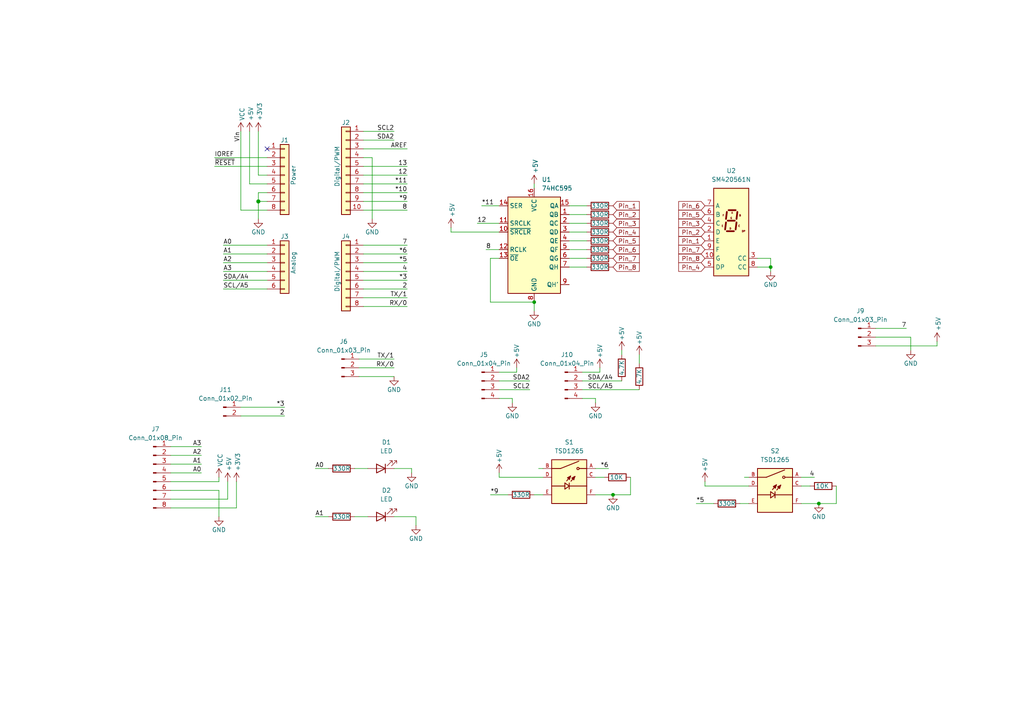
<source format=kicad_sch>
(kicad_sch (version 20231120) (generator "eeschema") (generator_version "8.0")
  (paper "A4")
  (title_block (title "Arduino lift shield pcb") (date "2024-09-28") (rev "V1") (company "Hogeschool Rotterdam") (comment 1 "Fabian Boshoven") (comment 2 "1089500"))
  (lib_symbols
    (symbol "74xx:74HC595"
      (property "Reference" "U" (at -7.62 13.97 0))
      (property "Value" "74HC595" (at -7.62 -16.51 0))
      (symbol "74HC595_1_0"
        (pin tri_state line (at 10.16 7.62 180) (length 2.54) (name "QB") (number "1"))
        (pin input line (at -10.16 2.54 0) (length 2.54) (name "~{SRCLR}") (number "10"))
        (pin input line (at -10.16 5.08 0) (length 2.54) (name "SRCLK") (number "11"))
        (pin input line (at -10.16 -2.54 0) (length 2.54) (name "RCLK") (number "12"))
        (pin input line (at -10.16 -5.08 0) (length 2.54) (name "~{OE}") (number "13"))
        (pin input line (at -10.16 10.16 0) (length 2.54) (name "SER") (number "14"))
        (pin tri_state line (at 10.16 10.16 180) (length 2.54) (name "QA") (number "15"))
        (pin power_in line (at 0 15.24 270) (length 2.54) (name "VCC") (number "16"))
        (pin tri_state line (at 10.16 5.08 180) (length 2.54) (name "QC") (number "2"))
        (pin tri_state line (at 10.16 2.54 180) (length 2.54) (name "QD") (number "3"))
        (pin tri_state line (at 10.16 0 180) (length 2.54) (name "QE") (number "4"))
        (pin tri_state line (at 10.16 -2.54 180) (length 2.54) (name "QF") (number "5"))
        (pin tri_state line (at 10.16 -5.08 180) (length 2.54) (name "QG") (number "6"))
        (pin tri_state line (at 10.16 -7.62 180) (length 2.54) (name "QH") (number "7"))
        (pin power_in line (at 0 -17.78 90) (length 2.54) (name "GND") (number "8"))
        (pin output line (at 10.16 -12.7 180) (length 2.54) (name "QH'") (number "9"))
      )
      (symbol "74HC595_1_1"
        (rectangle (start -7.62 12.7) (end 7.62 -15.24) (stroke (width 0.254)) (fill (type background)))
      )
    )
    (symbol "Connector:Conn_01x02_Pin" (pin_names (offset 1.016) hide)
      (property "Reference" "J" (at 0 2.54 0))
      (property "Value" "Conn_01x02_Pin" (at 0 -5.08 0))
      (symbol "Conn_01x02_Pin_1_1"
        (polyline (pts (xy 1.27 -2.54) (xy 0.8636 -2.54)) (stroke (width 0.1524)))
        (polyline (pts (xy 1.27 0) (xy 0.8636 0)) (stroke (width 0.1524)))
        (rectangle (start 0.8636 -2.413) (end 0 -2.667) (stroke (width 0.1524)) (fill (type outline)))
        (rectangle (start 0.8636 0.127) (end 0 -0.127) (stroke (width 0.1524)) (fill (type outline)))
        (pin passive line (at 5.08 0 180) (length 3.81) (name "Pin_1") (number "1"))
        (pin passive line (at 5.08 -2.54 180) (length 3.81) (name "Pin_2") (number "2"))
      )
    )
    (symbol "Connector:Conn_01x03_Pin" (pin_names (offset 1.016) hide)
      (property "Reference" "J" (at 0 5.08 0))
      (property "Value" "Conn_01x03_Pin" (at 0 -5.08 0))
      (symbol "Conn_01x03_Pin_1_1"
        (polyline (pts (xy 1.27 -2.54) (xy 0.8636 -2.54)) (stroke (width 0.1524)))
        (polyline (pts (xy 1.27 0) (xy 0.8636 0)) (stroke (width 0.1524)))
        (polyline (pts (xy 1.27 2.54) (xy 0.8636 2.54)) (stroke (width 0.1524)))
        (rectangle (start 0.8636 -2.413) (end 0 -2.667) (stroke (width 0.1524)) (fill (type outline)))
        (rectangle (start 0.8636 0.127) (end 0 -0.127) (stroke (width 0.1524)) (fill (type outline)))
        (rectangle (start 0.8636 2.667) (end 0 2.413) (stroke (width 0.1524)) (fill (type outline)))
        (pin passive line (at 5.08 2.54 180) (length 3.81) (name "Pin_1") (number "1"))
        (pin passive line (at 5.08 0 180) (length 3.81) (name "Pin_2") (number "2"))
        (pin passive line (at 5.08 -2.54 180) (length 3.81) (name "Pin_3") (number "3"))
      )
    )
    (symbol "Connector:Conn_01x04_Pin" (pin_names (offset 1.016) hide)
      (property "Reference" "J" (at 0 5.08 0))
      (property "Value" "Conn_01x04_Pin" (at 0 -7.62 0))
      (symbol "Conn_01x04_Pin_1_1"
        (polyline (pts (xy 1.27 -5.08) (xy 0.8636 -5.08)) (stroke (width 0.1524)))
        (polyline (pts (xy 1.27 -2.54) (xy 0.8636 -2.54)) (stroke (width 0.1524)))
        (polyline (pts (xy 1.27 0) (xy 0.8636 0)) (stroke (width 0.1524)))
        (polyline (pts (xy 1.27 2.54) (xy 0.8636 2.54)) (stroke (width 0.1524)))
        (rectangle (start 0.8636 -4.953) (end 0 -5.207) (stroke (width 0.1524)) (fill (type outline)))
        (rectangle (start 0.8636 -2.413) (end 0 -2.667) (stroke (width 0.1524)) (fill (type outline)))
        (rectangle (start 0.8636 0.127) (end 0 -0.127) (stroke (width 0.1524)) (fill (type outline)))
        (rectangle (start 0.8636 2.667) (end 0 2.413) (stroke (width 0.1524)) (fill (type outline)))
        (pin passive line (at 5.08 2.54 180) (length 3.81) (name "Pin_1") (number "1"))
        (pin passive line (at 5.08 0 180) (length 3.81) (name "Pin_2") (number "2"))
        (pin passive line (at 5.08 -2.54 180) (length 3.81) (name "Pin_3") (number "3"))
        (pin passive line (at 5.08 -5.08 180) (length 3.81) (name "Pin_4") (number "4"))
      )
    )
    (symbol "Connector:Conn_01x08_Pin" (pin_names (offset 1.016) hide)
      (property "Reference" "J" (at 0 10.16 0))
      (property "Value" "Conn_01x08_Pin" (at 0 -12.7 0))
      (symbol "Conn_01x08_Pin_1_1"
        (polyline (pts (xy 1.27 -10.16) (xy 0.8636 -10.16)) (stroke (width 0.1524)))
        (polyline (pts (xy 1.27 -7.62) (xy 0.8636 -7.62)) (stroke (width 0.1524)))
        (polyline (pts (xy 1.27 -5.08) (xy 0.8636 -5.08)) (stroke (width 0.1524)))
        (polyline (pts (xy 1.27 -2.54) (xy 0.8636 -2.54)) (stroke (width 0.1524)))
        (polyline (pts (xy 1.27 0) (xy 0.8636 0)) (stroke (width 0.1524)))
        (polyline (pts (xy 1.27 2.54) (xy 0.8636 2.54)) (stroke (width 0.1524)))
        (polyline (pts (xy 1.27 5.08) (xy 0.8636 5.08)) (stroke (width 0.1524)))
        (polyline (pts (xy 1.27 7.62) (xy 0.8636 7.62)) (stroke (width 0.1524)))
        (rectangle (start 0.8636 -10.033) (end 0 -10.287) (stroke (width 0.1524)) (fill (type outline)))
        (rectangle (start 0.8636 -7.493) (end 0 -7.747) (stroke (width 0.1524)) (fill (type outline)))
        (rectangle (start 0.8636 -4.953) (end 0 -5.207) (stroke (width 0.1524)) (fill (type outline)))
        (rectangle (start 0.8636 -2.413) (end 0 -2.667) (stroke (width 0.1524)) (fill (type outline)))
        (rectangle (start 0.8636 0.127) (end 0 -0.127) (stroke (width 0.1524)) (fill (type outline)))
        (rectangle (start 0.8636 2.667) (end 0 2.413) (stroke (width 0.1524)) (fill (type outline)))
        (rectangle (start 0.8636 5.207) (end 0 4.953) (stroke (width 0.1524)) (fill (type outline)))
        (rectangle (start 0.8636 7.747) (end 0 7.493) (stroke (width 0.1524)) (fill (type outline)))
        (pin passive line (at 5.08 7.62 180) (length 3.81) (name "Pin_1") (number "1"))
        (pin passive line (at 5.08 5.08 180) (length 3.81) (name "Pin_2") (number "2"))
        (pin passive line (at 5.08 2.54 180) (length 3.81) (name "Pin_3") (number "3"))
        (pin passive line (at 5.08 0 180) (length 3.81) (name "Pin_4") (number "4"))
        (pin passive line (at 5.08 -2.54 180) (length 3.81) (name "Pin_5") (number "5"))
        (pin passive line (at 5.08 -5.08 180) (length 3.81) (name "Pin_6") (number "6"))
        (pin passive line (at 5.08 -7.62 180) (length 3.81) (name "Pin_7") (number "7"))
        (pin passive line (at 5.08 -10.16 180) (length 3.81) (name "Pin_8") (number "8"))
      )
    )
    (symbol "Connector_Generic:Conn_01x06" (pin_names (offset 1.016) hide)
      (property "Reference" "J" (at 0 7.62 0))
      (property "Value" "Conn_01x06" (at 0 -10.16 0))
      (symbol "Conn_01x06_1_1"
        (rectangle (start -1.27 -7.493) (end 0 -7.747) (stroke (width 0.1524)))
        (rectangle (start -1.27 -4.953) (end 0 -5.207) (stroke (width 0.1524)))
        (rectangle (start -1.27 -2.413) (end 0 -2.667) (stroke (width 0.1524)))
        (rectangle (start -1.27 0.127) (end 0 -0.127) (stroke (width 0.1524)))
        (rectangle (start -1.27 2.667) (end 0 2.413) (stroke (width 0.1524)))
        (rectangle (start -1.27 5.207) (end 0 4.953) (stroke (width 0.1524)))
        (rectangle (start -1.27 6.35) (end 1.27 -8.89) (stroke (width 0.254)) (fill (type background)))
        (pin passive line (at -5.08 5.08 0) (length 3.81) (name "Pin_1") (number "1"))
        (pin passive line (at -5.08 2.54 0) (length 3.81) (name "Pin_2") (number "2"))
        (pin passive line (at -5.08 0 0) (length 3.81) (name "Pin_3") (number "3"))
        (pin passive line (at -5.08 -2.54 0) (length 3.81) (name "Pin_4") (number "4"))
        (pin passive line (at -5.08 -5.08 0) (length 3.81) (name "Pin_5") (number "5"))
        (pin passive line (at -5.08 -7.62 0) (length 3.81) (name "Pin_6") (number "6"))
      )
    )
    (symbol "Connector_Generic:Conn_01x08" (pin_names (offset 1.016) hide)
      (property "Reference" "J" (at 0 10.16 0))
      (property "Value" "Conn_01x08" (at 0 -12.7 0))
      (symbol "Conn_01x08_1_1"
        (rectangle (start -1.27 -10.033) (end 0 -10.287) (stroke (width 0.1524)))
        (rectangle (start -1.27 -7.493) (end 0 -7.747) (stroke (width 0.1524)))
        (rectangle (start -1.27 -4.953) (end 0 -5.207) (stroke (width 0.1524)))
        (rectangle (start -1.27 -2.413) (end 0 -2.667) (stroke (width 0.1524)))
        (rectangle (start -1.27 0.127) (end 0 -0.127) (stroke (width 0.1524)))
        (rectangle (start -1.27 2.667) (end 0 2.413) (stroke (width 0.1524)))
        (rectangle (start -1.27 5.207) (end 0 4.953) (stroke (width 0.1524)))
        (rectangle (start -1.27 7.747) (end 0 7.493) (stroke (width 0.1524)))
        (rectangle (start -1.27 8.89) (end 1.27 -11.43) (stroke (width 0.254)) (fill (type background)))
        (pin passive line (at -5.08 7.62 0) (length 3.81) (name "Pin_1") (number "1"))
        (pin passive line (at -5.08 5.08 0) (length 3.81) (name "Pin_2") (number "2"))
        (pin passive line (at -5.08 2.54 0) (length 3.81) (name "Pin_3") (number "3"))
        (pin passive line (at -5.08 0 0) (length 3.81) (name "Pin_4") (number "4"))
        (pin passive line (at -5.08 -2.54 0) (length 3.81) (name "Pin_5") (number "5"))
        (pin passive line (at -5.08 -5.08 0) (length 3.81) (name "Pin_6") (number "6"))
        (pin passive line (at -5.08 -7.62 0) (length 3.81) (name "Pin_7") (number "7"))
        (pin passive line (at -5.08 -10.16 0) (length 3.81) (name "Pin_8") (number "8"))
      )
    )
    (symbol "Connector_Generic:Conn_01x10" (pin_names (offset 1.016) hide)
      (property "Reference" "J" (at 0 12.7 0))
      (property "Value" "Conn_01x10" (at 0 -15.24 0))
      (symbol "Conn_01x10_1_1"
        (rectangle (start -1.27 -12.573) (end 0 -12.827) (stroke (width 0.1524)))
        (rectangle (start -1.27 -10.033) (end 0 -10.287) (stroke (width 0.1524)))
        (rectangle (start -1.27 -7.493) (end 0 -7.747) (stroke (width 0.1524)))
        (rectangle (start -1.27 -4.953) (end 0 -5.207) (stroke (width 0.1524)))
        (rectangle (start -1.27 -2.413) (end 0 -2.667) (stroke (width 0.1524)))
        (rectangle (start -1.27 0.127) (end 0 -0.127) (stroke (width 0.1524)))
        (rectangle (start -1.27 2.667) (end 0 2.413) (stroke (width 0.1524)))
        (rectangle (start -1.27 5.207) (end 0 4.953) (stroke (width 0.1524)))
        (rectangle (start -1.27 7.747) (end 0 7.493) (stroke (width 0.1524)))
        (rectangle (start -1.27 10.287) (end 0 10.033) (stroke (width 0.1524)))
        (rectangle (start -1.27 11.43) (end 1.27 -13.97) (stroke (width 0.254)) (fill (type background)))
        (pin passive line (at -5.08 10.16 0) (length 3.81) (name "Pin_1") (number "1"))
        (pin passive line (at -5.08 -12.7 0) (length 3.81) (name "Pin_10") (number "10"))
        (pin passive line (at -5.08 7.62 0) (length 3.81) (name "Pin_2") (number "2"))
        (pin passive line (at -5.08 5.08 0) (length 3.81) (name "Pin_3") (number "3"))
        (pin passive line (at -5.08 2.54 0) (length 3.81) (name "Pin_4") (number "4"))
        (pin passive line (at -5.08 0 0) (length 3.81) (name "Pin_5") (number "5"))
        (pin passive line (at -5.08 -2.54 0) (length 3.81) (name "Pin_6") (number "6"))
        (pin passive line (at -5.08 -5.08 0) (length 3.81) (name "Pin_7") (number "7"))
        (pin passive line (at -5.08 -7.62 0) (length 3.81) (name "Pin_8") (number "8"))
        (pin passive line (at -5.08 -10.16 0) (length 3.81) (name "Pin_9") (number "9"))
      )
    )
    (symbol "Device:LED" (pin_numbers hide) (pin_names (offset 1.016) hide)
      (property "Reference" "D" (at 0 2.54 0))
      (property "Value" "LED" (at 0 -2.54 0))
      (symbol "LED_0_1"
        (polyline (pts (xy -1.27 -1.27) (xy -1.27 1.27)) (stroke (width 0.254)))
        (polyline (pts (xy -1.27 0) (xy 1.27 0)))
        (polyline (pts (xy 1.27 -1.27) (xy 1.27 1.27) (xy -1.27 0) (xy 1.27 -1.27)) (stroke (width 0.254)))
        (polyline (pts (xy -3.048 -0.762) (xy -4.572 -2.286) (xy -3.81 -2.286) (xy -4.572 -2.286) (xy -4.572 -1.524)))
        (polyline (pts (xy -1.778 -0.762) (xy -3.302 -2.286) (xy -2.54 -2.286) (xy -3.302 -2.286) (xy -3.302 -1.524)))
      )
      (symbol "LED_1_1"
        (pin passive line (at -3.81 0 0) (length 2.54) (name "K") (number "1"))
        (pin passive line (at 3.81 0 180) (length 2.54) (name "A") (number "2"))
      )
    )
    (symbol "Device:R" (pin_numbers hide) (pin_names (offset 0))
      (property "Reference" "R" (at 2.032 0 90))
      (property "Value" "R" (at 0 0 90))
      (symbol "R_0_1"
        (rectangle (start -1.016 -2.54) (end 1.016 2.54) (stroke (width 0.254)))
      )
      (symbol "R_1_1"
        (pin passive line (at 0 3.81 270) (length 1.27) (name "~") (number "1"))
        (pin passive line (at 0 -3.81 90) (length 1.27) (name "~") (number "2"))
      )
    )
    (symbol "Display_Character:SM420561N"
      (property "Reference" "U" (at -2.54 13.97 0))
      (property "Value" "SM420561N" (at 1.27 13.97 0))
      (symbol "SM420561N_0_0"
        (text "A" (at 0.254 5.588 0) (effects (font (size 0.508 0.508))))
        (text "B" (at 2.54 4.826 0) (effects (font (size 0.508 0.508))))
        (text "C" (at 2.286 1.778 0) (effects (font (size 0.508 0.508))))
        (text "D" (at -0.254 1.016 0) (effects (font (size 0.508 0.508))))
        (text "DP" (at 3.556 0.254 0) (effects (font (size 0.508 0.508))))
        (text "E" (at -2.54 1.778 0) (effects (font (size 0.508 0.508))))
        (text "F" (at -2.286 4.826 0) (effects (font (size 0.508 0.508))))
        (text "G" (at 0 4.064 0) (effects (font (size 0.508 0.508))))
      )
      (symbol "SM420561N_0_1"
        (rectangle (start -5.08 12.7) (end 5.08 -12.7) (stroke (width 0.254)) (fill (type background)))
        (polyline (pts (xy -1.524 2.794) (xy -1.778 0.762)) (stroke (width 0.508)))
        (polyline (pts (xy -1.27 0.254) (xy 0.762 0.254)) (stroke (width 0.508)))
        (polyline (pts (xy -1.27 5.842) (xy -1.524 3.81)) (stroke (width 0.508)))
        (polyline (pts (xy -1.016 3.302) (xy 1.016 3.302)) (stroke (width 0.508)))
        (polyline (pts (xy -0.762 6.35) (xy 1.27 6.35)) (stroke (width 0.508)))
        (polyline (pts (xy 1.524 2.794) (xy 1.27 0.762)) (stroke (width 0.508)))
        (polyline (pts (xy 1.778 5.842) (xy 1.524 3.81)) (stroke (width 0.508)))
        (polyline (pts (xy 2.54 0.254) (xy 2.54 0.254)) (stroke (width 0.508)))
      )
      (symbol "SM420561N_1_1"
        (pin input line (at -7.62 -2.54 0) (length 2.54) (name "E") (number "1"))
        (pin input line (at -7.62 -7.62 0) (length 2.54) (name "G") (number "10"))
        (pin input line (at -7.62 0 0) (length 2.54) (name "D") (number "2"))
        (pin input line (at 7.62 -7.62 180) (length 2.54) (name "CC") (number "3"))
        (pin input line (at -7.62 2.54 0) (length 2.54) (name "C") (number "4"))
        (pin input line (at -7.62 -10.16 0) (length 2.54) (name "DP") (number "5"))
        (pin input line (at -7.62 5.08 0) (length 2.54) (name "B") (number "6"))
        (pin input line (at -7.62 7.62 0) (length 2.54) (name "A") (number "7"))
        (pin input line (at 7.62 -10.16 180) (length 2.54) (name "CC") (number "8"))
        (pin input line (at -7.62 -5.08 0) (length 2.54) (name "F") (number "9"))
      )
    )
    (symbol "TSD1265:TSD1265" (pin_names (offset 1.016))
      (property "Reference" "S" (at -5.08 6.35 0))
      (property "Value" "TSD1265" (at -5.08 -10.16 0))
      (symbol "TSD1265_0_0"
        (rectangle (start -5.08 -7.62) (end 5.08 5.08) (stroke (width 0.254)) (fill (type background)))
        (polyline (pts (xy -2.54 2.54) (xy -5.08 2.54)) (stroke (width 0.254)))
        (polyline (pts (xy -2.54 2.54) (xy 2.794 4.6736)) (stroke (width 0.254)))
        (polyline (pts (xy -1.27 -3.429) (xy 0 -2.54)) (stroke (width 0.254)))
        (polyline (pts (xy -1.27 -2.54) (xy -5.08 -2.54)) (stroke (width 0.254)))
        (polyline (pts (xy -1.27 -2.54) (xy -1.27 -3.429)) (stroke (width 0.254)))
        (polyline (pts (xy -1.27 -1.651) (xy -1.27 -2.54)) (stroke (width 0.254)))
        (polyline (pts (xy -0.4826 -0.127) (xy 0.4064 0.3556)) (stroke (width 0.254)))
        (polyline (pts (xy -0.3048 -0.2032) (xy -0.0762 -0.0508)) (stroke (width 0.254)))
        (polyline (pts (xy 0 -2.54) (xy -1.27 -1.651)) (stroke (width 0.254)))
        (polyline (pts (xy 0 -2.54) (xy 0 -3.429)) (stroke (width 0.254)))
        (polyline (pts (xy 0 -2.54) (xy 5.08 -2.54)) (stroke (width 0.254)))
        (polyline (pts (xy 0 -1.651) (xy 0 -2.54)) (stroke (width 0.254)))
        (polyline (pts (xy 0.0762 -0.6096) (xy -0.4826 -0.127)) (stroke (width 0.254)))
        (polyline (pts (xy 0.0762 -0.6096) (xy 0.1016 0.127)) (stroke (width 0.254)))
        (polyline (pts (xy 0.1016 0.127) (xy -0.0254 0.127)) (stroke (width 0.254)))
        (polyline (pts (xy 0.4064 0.3556) (xy -0.7366 -1.0414)) (stroke (width 0.254)))
        (polyline (pts (xy 0.4064 0.3556) (xy 0.0762 -0.6096)) (stroke (width 0.254)))
        (polyline (pts (xy 0.762 -0.2286) (xy 1.651 0.254)) (stroke (width 0.254)))
        (polyline (pts (xy 0.9398 -0.3048) (xy 1.1684 -0.1524)) (stroke (width 0.254)))
        (polyline (pts (xy 1.3208 -0.7112) (xy 0.762 -0.2286)) (stroke (width 0.254)))
        (polyline (pts (xy 1.3208 -0.7112) (xy 1.3462 0.0254)) (stroke (width 0.254)))
        (polyline (pts (xy 1.3462 0.0254) (xy 1.2192 0.0254)) (stroke (width 0.254)))
        (polyline (pts (xy 1.651 0.254) (xy 0.508 -1.143)) (stroke (width 0.254)))
        (polyline (pts (xy 1.651 0.254) (xy 1.3208 -0.7112)) (stroke (width 0.254)))
        (polyline (pts (xy 5.08 2.54) (xy 2.921 2.54)) (stroke (width 0.254)))
        (circle (center 2.54 2.54) (radius 0.3302) (stroke (width 0.254)))
        (pin passive line (at 7.62 2.54 180) (length 2.54) (name "~") (number "A"))
        (pin passive line (at -7.62 2.54 0) (length 2.54) (name "~") (number "B"))
        (pin passive line (at 7.62 0 180) (length 2.54) (name "~") (number "C"))
        (pin passive line (at -7.62 0 0) (length 2.54) (name "~") (number "D"))
        (pin passive line (at -7.62 -5.08 0) (length 2.54) (name "~") (number "E"))
        (pin passive line (at 7.62 -5.08 180) (length 2.54) (name "~") (number "F"))
      )
    )
    (symbol "power:+3V3" (power) (pin_names (offset 0))
      (property "Value" "+3V3" (at 0 3.556 0))
      (symbol "+3V3_0_1"
        (polyline (pts (xy -0.762 1.27) (xy 0 2.54)))
        (polyline (pts (xy 0 0) (xy 0 2.54)))
        (polyline (pts (xy 0 2.54) (xy 0.762 1.27)))
      )
      (symbol "+3V3_1_1"
        (pin power_in line (at 0 0 90) (length 0) hide (name "+3V3") (number "1"))
      )
    )
    (symbol "power:+5V" (power) (pin_names (offset 0))
      (property "Value" "+5V" (at 0 3.556 0))
      (symbol "+5V_0_1"
        (polyline (pts (xy -0.762 1.27) (xy 0 2.54)))
        (polyline (pts (xy 0 0) (xy 0 2.54)))
        (polyline (pts (xy 0 2.54) (xy 0.762 1.27)))
      )
      (symbol "+5V_1_1"
        (pin power_in line (at 0 0 90) (length 0) hide (name "+5V") (number "1"))
      )
    )
    (symbol "power:GND" (power) (pin_names (offset 0))
      (property "Value" "GND" (at 0 -3.81 0))
      (symbol "GND_0_1"
        (polyline (pts (xy 0 0) (xy 0 -1.27) (xy 1.27 -1.27) (xy 0 -2.54) (xy -1.27 -1.27) (xy 0 -1.27)))
      )
      (symbol "GND_1_1"
        (pin power_in line (at 0 0 270) (length 0) hide (name "GND") (number "1"))
      )
    )
    (symbol "power:VCC" (power) (pin_names (offset 0))
      (property "Value" "VCC" (at 0 3.81 0))
      (symbol "VCC_0_1"
        (polyline (pts (xy -0.762 1.27) (xy 0 2.54)))
        (polyline (pts (xy 0 0) (xy 0 2.54)))
        (polyline (pts (xy 0 2.54) (xy 0.762 1.27)))
      )
      (symbol "VCC_1_1"
        (pin power_in line (at 0 0 90) (length 0) hide (name "VCC") (number "1"))
      )
    )
  )
  (junction (at 74.93 58.42) (diameter 1.016))
  (junction (at 223.52 77.47))
  (junction (at 177.8 143.51))
  (junction (at 237.49 146.05))
  (junction (at 154.94 87.63))
  (no_connect (at 77.47 43.18))
  (wire (pts (xy 105.41 88.9) (xy 118.11 88.9)))
  (wire (pts (xy 264.16 97.79) (xy 264.16 101.6)))
  (wire (pts (xy 105.41 55.88) (xy 118.11 55.88)))
  (wire (pts (xy 114.3 135.89) (xy 119.38 135.89)))
  (wire (pts (xy 165.1 62.23) (xy 170.18 62.23)))
  (wire (pts (xy 217.17 140.97) (xy 204.47 140.97)))
  (wire (pts (xy 185.42 102.87) (xy 185.42 105.41)))
  (wire (pts (xy 204.47 140.97) (xy 204.47 139.7)))
  (wire (pts (xy 91.44 135.89) (xy 95.25 135.89)))
  (wire (pts (xy 102.87 135.89) (xy 106.68 135.89)))
  (wire (pts (xy 74.93 55.88) (xy 74.93 58.42)))
  (wire (pts (xy 63.5 142.24) (xy 63.5 149.86)))
  (wire (pts (xy 105.41 38.1) (xy 114.3 38.1)))
  (wire (pts (xy 64.77 83.82) (xy 77.47 83.82)))
  (wire (pts (xy 215.9 138.43) (xy 217.17 138.43)))
  (wire (pts (xy 165.1 77.47) (xy 170.18 77.47)))
  (wire (pts (xy 139.7 59.69) (xy 144.78 59.69)))
  (wire (pts (xy 172.72 135.89) (xy 176.53 135.89)))
  (wire (pts (xy 144.78 115.57) (xy 148.59 115.57)))
  (wire (pts (xy 271.78 100.33) (xy 271.78 99.06)))
  (wire (pts (xy 119.38 135.89) (xy 119.38 137.16)))
  (wire (pts (xy 144.78 113.03) (xy 153.67 113.03)))
  (wire (pts (xy 74.93 58.42) (xy 74.93 63.5)))
  (wire (pts (xy 156.21 135.89) (xy 157.48 135.89)))
  (wire (pts (xy 144.78 74.93) (xy 142.24 74.93)))
  (wire (pts (xy 74.93 50.8) (xy 77.47 50.8)))
  (wire (pts (xy 114.3 149.86) (xy 120.65 149.86)))
  (wire (pts (xy 69.85 120.65) (xy 82.55 120.65)))
  (wire (pts (xy 154.94 53.34) (xy 154.94 54.61)))
  (wire (pts (xy 72.39 53.34) (xy 77.47 53.34)))
  (wire (pts (xy 172.72 115.57) (xy 172.72 116.84)))
  (wire (pts (xy 72.39 38.1) (xy 72.39 53.34)))
  (wire (pts (xy 165.1 74.93) (xy 170.18 74.93)))
  (wire (pts (xy 182.88 138.43) (xy 182.88 143.51)))
  (wire (pts (xy 105.41 48.26) (xy 118.11 48.26)))
  (wire (pts (xy 74.93 38.1) (xy 74.93 50.8)))
  (wire (pts (xy 105.41 71.12) (xy 118.11 71.12)))
  (wire (pts (xy 254 100.33) (xy 271.78 100.33)))
  (wire (pts (xy 154.94 143.51) (xy 157.48 143.51)))
  (wire (pts (xy 77.47 71.12) (xy 64.77 71.12)))
  (wire (pts (xy 105.41 50.8) (xy 118.11 50.8)))
  (wire (pts (xy 105.41 73.66) (xy 118.11 73.66)))
  (wire (pts (xy 157.48 138.43) (xy 144.78 138.43)))
  (wire (pts (xy 148.59 115.57) (xy 148.59 116.84)))
  (wire (pts (xy 104.14 106.68) (xy 114.3 106.68)))
  (wire (pts (xy 168.91 107.95) (xy 173.99 107.95)))
  (wire (pts (xy 144.78 110.49) (xy 153.67 110.49)))
  (wire (pts (xy 91.44 149.86) (xy 95.25 149.86)))
  (wire (pts (xy 104.14 104.14) (xy 114.3 104.14)))
  (wire (pts (xy 105.41 58.42) (xy 118.11 58.42)))
  (wire (pts (xy 140.97 72.39) (xy 144.78 72.39)))
  (wire (pts (xy 49.53 134.62) (xy 58.42 134.62)))
  (wire (pts (xy 142.24 74.93) (xy 142.24 87.63)))
  (wire (pts (xy 49.53 137.16) (xy 58.42 137.16)))
  (wire (pts (xy 105.41 78.74) (xy 118.11 78.74)))
  (wire (pts (xy 62.23 45.72) (xy 77.47 45.72)))
  (wire (pts (xy 165.1 69.85) (xy 170.18 69.85)))
  (wire (pts (xy 172.72 143.51) (xy 177.8 143.51)))
  (wire (pts (xy 107.95 45.72) (xy 107.95 63.5)))
  (wire (pts (xy 165.1 64.77) (xy 170.18 64.77)))
  (wire (pts (xy 232.41 140.97) (xy 234.95 140.97)))
  (wire (pts (xy 105.41 43.18) (xy 118.11 43.18)))
  (wire (pts (xy 254 95.25) (xy 262.89 95.25)))
  (wire (pts (xy 120.65 149.86) (xy 120.65 152.4)))
  (wire (pts (xy 223.52 74.93) (xy 223.52 77.47)))
  (wire (pts (xy 77.47 76.2) (xy 64.77 76.2)))
  (wire (pts (xy 62.23 48.26) (xy 77.47 48.26)))
  (wire (pts (xy 49.53 147.32) (xy 68.58 147.32)))
  (wire (pts (xy 77.47 58.42) (xy 74.93 58.42)))
  (wire (pts (xy 49.53 139.7) (xy 63.5 139.7)))
  (wire (pts (xy 49.53 142.24) (xy 63.5 142.24)))
  (wire (pts (xy 219.71 77.47) (xy 223.52 77.47)))
  (wire (pts (xy 168.91 115.57) (xy 172.72 115.57)))
  (wire (pts (xy 232.41 146.05) (xy 237.49 146.05)))
  (wire (pts (xy 168.91 113.03) (xy 185.42 113.03)))
  (wire (pts (xy 105.41 40.64) (xy 114.3 40.64)))
  (wire (pts (xy 77.47 60.96) (xy 69.85 60.96)))
  (wire (pts (xy 64.77 73.66) (xy 77.47 73.66)))
  (wire (pts (xy 144.78 107.95) (xy 149.86 107.95)))
  (wire (pts (xy 173.99 107.95) (xy 173.99 106.68)))
  (wire (pts (xy 102.87 149.86) (xy 106.68 149.86)))
  (wire (pts (xy 144.78 67.31) (xy 130.81 67.31)))
  (wire (pts (xy 105.41 45.72) (xy 107.95 45.72)))
  (wire (pts (xy 154.94 87.63) (xy 154.94 90.17)))
  (wire (pts (xy 77.47 55.88) (xy 74.93 55.88)))
  (wire (pts (xy 165.1 59.69) (xy 170.18 59.69)))
  (wire (pts (xy 63.5 139.7) (xy 63.5 138.43)))
  (wire (pts (xy 105.41 53.34) (xy 118.11 53.34)))
  (wire (pts (xy 172.72 138.43) (xy 175.26 138.43)))
  (wire (pts (xy 214.63 146.05) (xy 217.17 146.05)))
  (wire (pts (xy 138.43 64.77) (xy 144.78 64.77)))
  (wire (pts (xy 105.41 76.2) (xy 118.11 76.2)))
  (wire (pts (xy 64.77 78.74) (xy 77.47 78.74)))
  (wire (pts (xy 165.1 67.31) (xy 170.18 67.31)))
  (wire (pts (xy 242.57 140.97) (xy 242.57 146.05)))
  (wire (pts (xy 130.81 67.31) (xy 130.81 66.04)))
  (wire (pts (xy 242.57 146.05) (xy 237.49 146.05)))
  (wire (pts (xy 165.1 72.39) (xy 170.18 72.39)))
  (wire (pts (xy 69.85 118.11) (xy 82.55 118.11)))
  (wire (pts (xy 49.53 132.08) (xy 58.42 132.08)))
  (wire (pts (xy 142.24 143.51) (xy 147.32 143.51)))
  (wire (pts (xy 168.91 110.49) (xy 180.34 110.49)))
  (wire (pts (xy 142.24 87.63) (xy 154.94 87.63)))
  (wire (pts (xy 104.14 109.22) (xy 114.3 109.22)))
  (wire (pts (xy 232.41 138.43) (xy 236.22 138.43)))
  (wire (pts (xy 180.34 101.6) (xy 180.34 102.87)))
  (wire (pts (xy 105.41 83.82) (xy 118.11 83.82)))
  (wire (pts (xy 254 97.79) (xy 264.16 97.79)))
  (wire (pts (xy 105.41 81.28) (xy 118.11 81.28)))
  (wire (pts (xy 66.04 144.78) (xy 66.04 139.7)))
  (wire (pts (xy 144.78 138.43) (xy 144.78 137.16)))
  (wire (pts (xy 149.86 107.95) (xy 149.86 106.68)))
  (wire (pts (xy 182.88 143.51) (xy 177.8 143.51)))
  (wire (pts (xy 201.93 146.05) (xy 207.01 146.05)))
  (wire (pts (xy 223.52 77.47) (xy 223.52 78.74)))
  (wire (pts (xy 219.71 74.93) (xy 223.52 74.93)))
  (wire (pts (xy 49.53 129.54) (xy 58.42 129.54)))
  (wire (pts (xy 105.41 86.36) (xy 118.11 86.36)))
  (wire (pts (xy 69.85 60.96) (xy 69.85 38.1)))
  (wire (pts (xy 77.47 81.28) (xy 64.77 81.28)))
  (wire (pts (xy 49.53 144.78) (xy 66.04 144.78)))
  (wire (pts (xy 68.58 147.32) (xy 68.58 139.7)))
  (wire (pts (xy 105.41 60.96) (xy 118.11 60.96)))
  (label "RX{slash}0" (at 118.11 88.9 180))
  (label "SDA{slash}A4" (at 177.8 110.49 180))
  (label "A2" (at 64.77 76.2 0))
  (label "4" (at 118.11 78.74 180))
  (label "SCL2" (at 114.3 38.1 180))
  (label "A0" (at 58.42 137.16 180))
  (label "2" (at 118.11 83.82 180))
  (label "A1" (at 91.44 149.86 0))
  (label "A3" (at 64.77 78.74 0))
  (label "13" (at 118.11 48.26 180))
  (label "12" (at 118.11 50.8 180))
  (label "SCL2" (at 153.67 113.03 180))
  (label "A2" (at 58.42 132.08 180))
  (label "~{RESET}" (at 62.23 48.26 0))
  (label "A0" (at 91.44 135.89 0))
  (label "*10" (at 118.11 55.88 180))
  (label "SDA2" (at 114.3 40.64 180))
  (label "12" (at 138.43 64.77 0))
  (label "*6" (at 176.53 135.89 180))
  (label "7" (at 262.89 95.25 180))
  (label "*5" (at 201.93 146.05 0))
  (label "*9" (at 142.24 143.51 0))
  (label "2" (at 82.55 120.65 180))
  (label "7" (at 118.11 71.12 180))
  (label "8" (at 118.11 60.96 180))
  (label "A3" (at 58.42 129.54 180))
  (label "*11" (at 118.11 53.34 180))
  (label "*3" (at 118.11 81.28 180))
  (label "8" (at 140.97 72.39 0))
  (label "A1" (at 64.77 73.66 0))
  (label "TX{slash}1" (at 118.11 86.36 180))
  (label "A0" (at 64.77 71.12 0))
  (label "AREF" (at 118.11 43.18 180))
  (label "SDA2" (at 153.67 110.49 180))
  (label "Vin" (at 69.85 38.1 270))
  (label "*6" (at 118.11 73.66 180))
  (label "*9" (at 118.11 58.42 180))
  (label "SCL{slash}A5" (at 177.8 113.03 180))
  (label "*3" (at 82.55 118.11 180))
  (label "A1" (at 58.42 134.62 180))
  (label "*5" (at 118.11 76.2 180))
  (label "IOREF" (at 62.23 45.72 0))
  (label "TX{slash}1" (at 114.3 104.14 180))
  (label "4" (at 236.22 138.43 180))
  (label "SDA{slash}A4" (at 64.77 81.28 0))
  (label "SCL{slash}A5" (at 64.77 83.82 0))
  (label "*11" (at 139.7 59.69 0))
  (label "RX{slash}0" (at 114.3 106.68 180))
  (global_label "Pin_5" (shape input) (at 204.47 62.23 180) (property "Intersheetrefs" "${INTERSHEET_REFS}" (effects (hide yes))))
  (global_label "Pin_2" (shape input) (at 177.8 62.23 0) (property "Intersheetrefs" "${INTERSHEET_REFS}" (effects (hide yes))))
  (global_label "Pin_7" (shape input) (at 177.8 74.93 0) (property "Intersheetrefs" "${INTERSHEET_REFS}" (effects (hide yes))))
  (global_label "Pin_3" (shape input) (at 177.8 64.77 0) (property "Intersheetrefs" "${INTERSHEET_REFS}" (effects (hide yes))))
  (global_label "Pin_6" (shape input) (at 177.8 72.39 0) (property "Intersheetrefs" "${INTERSHEET_REFS}" (effects (hide yes))))
  (global_label "Pin_6" (shape input) (at 204.47 59.69 180) (property "Intersheetrefs" "${INTERSHEET_REFS}" (effects (hide yes))))
  (global_label "Pin_8" (shape input) (at 177.8 77.47 0) (property "Intersheetrefs" "${INTERSHEET_REFS}" (effects (hide yes))))
  (global_label "Pin_1" (shape input) (at 204.47 69.85 180) (property "Intersheetrefs" "${INTERSHEET_REFS}" (effects (hide yes))))
  (global_label "Pin_4" (shape input) (at 177.8 67.31 0) (property "Intersheetrefs" "${INTERSHEET_REFS}" (effects (hide yes))))
  (global_label "Pin_8" (shape input) (at 204.47 74.93 180) (property "Intersheetrefs" "${INTERSHEET_REFS}" (effects (hide yes))))
  (global_label "Pin_3" (shape input) (at 204.47 64.77 180) (property "Intersheetrefs" "${INTERSHEET_REFS}" (effects (hide yes))))
  (global_label "Pin_5" (shape input) (at 177.8 69.85 0) (property "Intersheetrefs" "${INTERSHEET_REFS}" (effects (hide yes))))
  (global_label "Pin_2" (shape input) (at 204.47 67.31 180) (property "Intersheetrefs" "${INTERSHEET_REFS}" (effects (hide yes))))
  (global_label "Pin_4" (shape input) (at 204.47 77.47 180) (property "Intersheetrefs" "${INTERSHEET_REFS}" (effects (hide yes))))
  (global_label "Pin_7" (shape input) (at 204.47 72.39 180) (property "Intersheetrefs" "${INTERSHEET_REFS}" (effects (hide yes))))
  (global_label "Pin_1" (shape input) (at 177.8 59.69 0) (property "Intersheetrefs" "${INTERSHEET_REFS}" (effects (hide yes))))
  (symbol (lib_id "Connector_Generic:Conn_01x08") (at 82.55 50.8 0) (unit 1)
    (property "Reference" "J1" (at 82.55 40.64 0))
    (property "Value" "Power" (at 85.09 50.8 90))
    (property "Footprint" "Connector_PinHeader_2.54mm:PinHeader_1x08_P2.54mm_Vertical" (effects (hide yes)))
  )
  (symbol (lib_id "power:+3V3") (at 74.93 38.1 0) (unit 1)
    (property "Reference" "#PWR03" (effects (hide yes)))
    (property "Value" "+3V3" (at 75.311 35.052 90) (effects (justify left)))
  )
  (symbol (lib_id "power:+5V") (at 72.39 38.1 0) (unit 1)
    (property "Reference" "#PWR02" (effects (hide yes)))
    (property "Value" "+5V" (at 72.7456 35.052 90) (effects (justify left)))
  )
  (symbol (lib_id "power:GND") (at 74.93 63.5 0) (unit 1)
    (property "Reference" "#PWR04" (effects (hide yes)))
    (property "Value" "GND" (at 74.93 67.31 0))
  )
  (symbol (lib_id "Connector_Generic:Conn_01x10") (at 100.33 48.26 0) (mirror y) (unit 1)
    (property "Reference" "J2" (at 100.33 35.56 0))
    (property "Value" "Digital/PWM" (at 97.79 48.26 90))
    (property "Footprint" "Connector_PinHeader_2.54mm:PinHeader_1x10_P2.54mm_Vertical" (effects (hide yes)))
  )
  (symbol (lib_id "power:GND") (at 107.95 63.5 0) (unit 1)
    (property "Reference" "#PWR05" (effects (hide yes)))
    (property "Value" "GND" (at 107.95 67.31 0))
  )
  (symbol (lib_id "Connector_Generic:Conn_01x06") (at 82.55 76.2 0) (unit 1)
    (property "Reference" "J3" (at 82.55 68.58 0))
    (property "Value" "Analog" (at 85.09 76.2 90))
    (property "Footprint" "Connector_PinHeader_2.54mm:PinHeader_1x06_P2.54mm_Vertical" (effects (hide yes)))
  )
  (symbol (lib_id "Connector_Generic:Conn_01x08") (at 100.33 78.74 0) (mirror y) (unit 1)
    (property "Reference" "J4" (at 100.33 68.58 0))
    (property "Value" "Digital/PWM" (at 97.79 78.74 90))
    (property "Footprint" "Connector_PinHeader_2.54mm:PinHeader_1x08_P2.54mm_Vertical" (effects (hide yes)))
  )
  (symbol (lib_id "74xx:74HC595") (at 154.94 69.85 0) (unit 1)
    (property "Reference" "U1" (at 157.1341 52.07 0) (effects (justify left)))
    (property "Value" "74HC595" (at 157.1341 54.61 0) (effects (justify left)))
    (property "Footprint" "Package_DIP:DIP-16_W7.62mm" (effects (hide yes)))
    (property "Datasheet" "http://www.ti.com/lit/ds/symlink/sn74hc595.pdf" (effects (hide yes)))
    (property "Description" "8-bit serial in/out Shift Register 3-State Outputs" (effects (hide yes)))
  )
  (symbol (lib_id "Device:R") (at 173.99 59.69 90) (unit 1)
    (property "Reference" "R1" (effects (hide yes)))
    (property "Value" "330R" (at 173.99 59.69 90))
    (property "Footprint" "Resistor_THT:R_Axial_DIN0207_L6.3mm_D2.5mm_P10.16mm_Horizontal" (effects (hide yes)))
    (property "Description" "Resistor" (effects (hide yes)))
  )
  (symbol (lib_id "Device:R") (at 151.13 143.51 90) (unit 1)
    (property "Reference" "R10" (effects (hide yes)))
    (property "Value" "330R" (at 151.13 143.51 90))
    (property "Footprint" "Resistor_THT:R_Axial_DIN0207_L6.3mm_D2.5mm_P10.16mm_Horizontal" (effects (hide yes)))
    (property "Description" "Resistor" (effects (hide yes)))
  )
  (symbol (lib_id "power:VCC") (at 63.5 138.43 0) (unit 1)
    (property "Reference" "#PWR015" (effects (hide yes)))
    (property "Value" "VCC" (at 63.881 135.382 90) (effects (justify left)))
  )
  (symbol (lib_id "power:GND") (at 237.49 146.05 0) (unit 1)
    (property "Reference" "#PWR027" (effects (hide yes)))
    (property "Value" "GND" (at 237.49 149.86 0))
  )
  (symbol (lib_id "Device:R") (at 99.06 149.86 90) (unit 1)
    (property "Reference" "R16" (effects (hide yes)))
    (property "Value" "330R" (at 99.06 149.86 90))
    (property "Footprint" "Resistor_THT:R_Axial_DIN0207_L6.3mm_D2.5mm_P10.16mm_Horizontal" (effects (hide yes)))
    (property "Description" "Resistor" (effects (hide yes)))
  )
  (symbol (lib_id "power:GND") (at 177.8 143.51 0) (unit 1)
    (property "Reference" "#PWR020" (effects (hide yes)))
    (property "Value" "GND" (at 177.8 147.32 0))
  )
  (symbol (lib_id "Device:R") (at 179.07 138.43 90) (unit 1)
    (property "Reference" "R11" (effects (hide yes)))
    (property "Value" "10K" (at 178.816 138.43 90))
    (property "Footprint" "Resistor_THT:R_Axial_DIN0207_L6.3mm_D2.5mm_P10.16mm_Horizontal" (effects (hide yes)))
    (property "Description" "Resistor" (effects (hide yes)))
  )
  (symbol (lib_id "Connector:Conn_01x04_Pin") (at 163.83 110.49 0) (unit 1)
    (property "Reference" "J10" (at 164.465 102.87 0))
    (property "Value" "Conn_01x04_Pin" (at 164.465 105.41 0))
    (property "Footprint" "Connector_PinHeader_2.54mm:PinHeader_1x04_P2.54mm_Vertical" (effects (hide yes)))
    (property "Description" "Generic connector, single row, 01x04, script generated" (effects (hide yes)))
  )
  (symbol (lib_id "power:+5V") (at 271.78 99.06 0) (unit 1)
    (property "Reference" "#PWR019" (effects (hide yes)))
    (property "Value" "+5V" (at 272.1356 96.012 90) (effects (justify left)))
  )
  (symbol (lib_id "Device:R") (at 173.99 62.23 90) (unit 1)
    (property "Reference" "R2" (effects (hide yes)))
    (property "Value" "330R" (at 173.99 62.23 90))
    (property "Footprint" "Resistor_THT:R_Axial_DIN0207_L6.3mm_D2.5mm_P10.16mm_Horizontal" (effects (hide yes)))
    (property "Description" "Resistor" (effects (hide yes)))
  )
  (symbol (lib_id "power:+5V") (at 154.94 53.34 0) (unit 1)
    (property "Reference" "#PWR07" (effects (hide yes)))
    (property "Value" "+5V" (at 155.2956 50.292 90) (effects (justify left)))
  )
  (symbol (lib_id "Device:LED") (at 110.49 135.89 180) (unit 1)
    (property "Reference" "D1" (at 112.0775 128.27 0))
    (property "Value" "LED" (at 112.0775 130.81 0))
    (property "Footprint" "LED_THT:LED_D3.0mm" (effects (hide yes)))
    (property "Description" "Light emitting diode" (effects (hide yes)))
  )
  (symbol (lib_id "Device:R") (at 173.99 77.47 90) (unit 1)
    (property "Reference" "R8" (effects (hide yes)))
    (property "Value" "330R" (at 173.99 77.47 90))
    (property "Footprint" "Resistor_THT:R_Axial_DIN0207_L6.3mm_D2.5mm_P10.16mm_Horizontal" (effects (hide yes)))
    (property "Description" "Resistor" (effects (hide yes)))
  )
  (symbol (lib_id "TSD1265:TSD1265") (at 165.1 138.43 0) (unit 1)
    (property "Reference" "S1" (at 165.1 128.27 0))
    (property "Value" "TSD1265" (at 165.1 130.81 0))
    (property "Footprint" "TSD1265:SW_TSD1265" (effects (hide yes)))
    (property "MF" "Omten Electronics" (effects (hide yes)))
    (property "MAXIMUM_PACKAGE_HEIGHT" "6.5 mm" (effects (hide yes)))
    (property "Package" "Package" (effects (hide yes)))
    (property "Price" "None" (effects (hide yes)))
    (property "Check_prices" "https://www.snapeda.com/parts/TSD1265/Omten+Electronics/view-part/?ref=eda" (effects (hide yes)))
    (property "STANDARD" "Manufacturer Recommendations" (effects (hide yes)))
    (property "PARTREV" "N/A" (effects (hide yes)))
    (property "SnapEDA_Link" "https://www.snapeda.com/parts/TSD1265/Omten+Electronics/view-part/?ref=snap" (effects (hide yes)))
    (property "MP" "TSD1265" (effects (hide yes)))
    (property "Description_1" "\nTactile Push Button Switch Momentary\n" (effects (hide yes)))
    (property "Availability" "Not in stock" (effects (hide yes)))
    (property "MANUFACTURER" "Omten Electronics" (effects (hide yes)))
  )
  (symbol (lib_id "power:GND") (at 223.52 78.74 0) (unit 1)
    (property "Reference" "#PWR06" (effects (hide yes)))
    (property "Value" "GND" (at 223.52 82.55 0))
  )
  (symbol (lib_id "power:+5V") (at 66.04 139.7 0) (unit 1)
    (property "Reference" "#PWR014" (effects (hide yes)))
    (property "Value" "+5V" (at 66.3956 136.652 90) (effects (justify left)))
  )
  (symbol (lib_id "Connector:Conn_01x08_Pin") (at 44.45 137.16 0) (unit 1)
    (property "Reference" "J7" (at 45.085 124.46 0))
    (property "Value" "Conn_01x08_Pin" (at 45.085 127 0))
    (property "Footprint" "Connector_PinHeader_2.54mm:PinHeader_1x08_P2.54mm_Vertical" (effects (hide yes)))
    (property "Description" "Generic connector, single row, 01x08, script generated" (effects (hide yes)))
  )
  (symbol (lib_id "power:+5V") (at 185.42 102.87 0) (unit 1)
    (property "Reference" "#PWR026" (effects (hide yes)))
    (property "Value" "+5V" (at 185.42 100.076 90) (effects (justify left)))
  )
  (symbol (lib_id "Device:R") (at 238.76 140.97 90) (unit 1)
    (property "Reference" "R15" (effects (hide yes)))
    (property "Value" "10K" (at 238.506 140.97 90))
    (property "Footprint" "Resistor_THT:R_Axial_DIN0207_L6.3mm_D2.5mm_P10.16mm_Horizontal" (effects (hide yes)))
    (property "Description" "Resistor" (effects (hide yes)))
  )
  (symbol (lib_id "power:VCC") (at 69.85 38.1 0) (unit 1)
    (property "Reference" "#PWR01" (effects (hide yes)))
    (property "Value" "VCC" (at 70.231 35.052 90) (effects (justify left)))
  )
  (symbol (lib_id "Device:R") (at 173.99 67.31 90) (unit 1)
    (property "Reference" "R4" (effects (hide yes)))
    (property "Value" "330R" (at 173.99 67.31 90))
    (property "Footprint" "Resistor_THT:R_Axial_DIN0207_L6.3mm_D2.5mm_P10.16mm_Horizontal" (effects (hide yes)))
    (property "Description" "Resistor" (effects (hide yes)))
  )
  (symbol (lib_id "Connector:Conn_01x04_Pin") (at 139.7 110.49 0) (unit 1)
    (property "Reference" "J5" (at 140.335 102.87 0))
    (property "Value" "Conn_01x04_Pin" (at 140.335 105.41 0))
    (property "Footprint" "Connector_PinHeader_2.54mm:PinHeader_1x04_P2.54mm_Vertical" (effects (hide yes)))
    (property "Description" "Generic connector, single row, 01x04, script generated" (effects (hide yes)))
  )
  (symbol (lib_id "Display_Character:SM420561N") (at 212.09 67.31 0) (unit 1)
    (property "Reference" "U2" (at 212.09 49.53 0))
    (property "Value" "SM420561N" (at 212.09 52.07 0))
    (property "Footprint" "Display_7Segment:7SegmentLED_LTS6760_LTS6780" (effects (hide yes)))
    (property "Datasheet" "https://datasheet.lcsc.com/szlcsc/Wuxi-ARK-Tech-Elec-SM420561N_C141367.pdf" (effects (hide yes)))
    (property "Description" "One digit 7 segment blue LED, common cathode" (effects (hide yes)))
  )
  (symbol (lib_id "power:GND") (at 120.65 152.4 0) (unit 1)
    (property "Reference" "#PWR012" (effects (hide yes)))
    (property "Value" "GND" (at 120.65 156.21 0))
  )
  (symbol (lib_id "Device:R") (at 173.99 74.93 90) (unit 1)
    (property "Reference" "R7" (effects (hide yes)))
    (property "Value" "330R" (at 173.99 74.93 90))
    (property "Footprint" "Resistor_THT:R_Axial_DIN0207_L6.3mm_D2.5mm_P10.16mm_Horizontal" (effects (hide yes)))
    (property "Description" "Resistor" (effects (hide yes)))
  )
  (symbol (lib_id "Device:R") (at 173.99 69.85 90) (unit 1)
    (property "Reference" "R5" (effects (hide yes)))
    (property "Value" "330R" (at 173.99 69.85 90))
    (property "Footprint" "Resistor_THT:R_Axial_DIN0207_L6.3mm_D2.5mm_P10.16mm_Horizontal" (effects (hide yes)))
    (property "Description" "Resistor" (effects (hide yes)))
  )
  (symbol (lib_id "power:GND") (at 119.38 137.16 0) (unit 1)
    (property "Reference" "#PWR028" (effects (hide yes)))
    (property "Value" "GND" (at 119.38 140.97 0))
  )
  (symbol (lib_id "TSD1265:TSD1265") (at 224.79 140.97 0) (unit 1)
    (property "Reference" "S2" (at 224.79 130.81 0))
    (property "Value" "TSD1265" (at 224.79 133.35 0))
    (property "Footprint" "TSD1265:SW_TSD1265" (effects (hide yes)))
    (property "MF" "Omten Electronics" (effects (hide yes)))
    (property "MAXIMUM_PACKAGE_HEIGHT" "6.5 mm" (effects (hide yes)))
    (property "Package" "Package" (effects (hide yes)))
    (property "Price" "None" (effects (hide yes)))
    (property "Check_prices" "https://www.snapeda.com/parts/TSD1265/Omten+Electronics/view-part/?ref=eda" (effects (hide yes)))
    (property "STANDARD" "Manufacturer Recommendations" (effects (hide yes)))
    (property "PARTREV" "N/A" (effects (hide yes)))
    (property "SnapEDA_Link" "https://www.snapeda.com/parts/TSD1265/Omten+Electronics/view-part/?ref=snap" (effects (hide yes)))
    (property "MP" "TSD1265" (effects (hide yes)))
    (property "Description_1" "\nTactile Push Button Switch Momentary\n" (effects (hide yes)))
    (property "Availability" "Not in stock" (effects (hide yes)))
    (property "MANUFACTURER" "Omten Electronics" (effects (hide yes)))
  )
  (symbol (lib_id "power:+5V") (at 173.99 106.68 0) (unit 1)
    (property "Reference" "#PWR024" (effects (hide yes)))
    (property "Value" "+5V" (at 173.99 103.886 90) (effects (justify left)))
  )
  (symbol (lib_id "power:GND") (at 172.72 116.84 0) (unit 1)
    (property "Reference" "#PWR023" (effects (hide yes)))
    (property "Value" "GND" (at 172.72 120.65 0))
  )
  (symbol (lib_id "power:GND") (at 63.5 149.86 0) (unit 1)
    (property "Reference" "#PWR017" (effects (hide yes)))
    (property "Value" "GND" (at 63.5 153.67 0))
  )
  (symbol (lib_id "Device:R") (at 185.42 109.22 180) (unit 1)
    (property "Reference" "R13" (effects (hide yes)))
    (property "Value" "4.7K" (at 185.42 109.22 90))
    (property "Footprint" "Resistor_THT:R_Axial_DIN0207_L6.3mm_D2.5mm_P10.16mm_Horizontal" (effects (hide yes)))
    (property "Description" "Resistor" (effects (hide yes)))
  )
  (symbol (lib_id "power:GND") (at 114.3 109.22 0) (unit 1)
    (property "Reference" "#PWR011" (effects (hide yes)))
    (property "Value" "GND" (at 114.3 113.03 0))
  )
  (symbol (lib_id "Device:R") (at 99.06 135.89 90) (unit 1)
    (property "Reference" "R9" (effects (hide yes)))
    (property "Value" "330R" (at 99.06 135.89 90))
    (property "Footprint" "Resistor_THT:R_Axial_DIN0207_L6.3mm_D2.5mm_P10.16mm_Horizontal" (effects (hide yes)))
    (property "Description" "Resistor" (effects (hide yes)))
  )
  (symbol (lib_id "power:+5V") (at 204.47 139.7 0) (unit 1)
    (property "Reference" "#PWR022" (effects (hide yes)))
    (property "Value" "+5V" (at 204.47 136.906 90) (effects (justify left)))
  )
  (symbol (lib_id "power:GND") (at 148.59 116.84 0) (unit 1)
    (property "Reference" "#PWR09" (effects (hide yes)))
    (property "Value" "GND" (at 148.59 120.65 0))
  )
  (symbol (lib_id "Device:R") (at 180.34 106.68 180) (unit 1)
    (property "Reference" "R12" (effects (hide yes)))
    (property "Value" "4.7K" (at 180.34 106.68 90))
    (property "Footprint" "Resistor_THT:R_Axial_DIN0207_L6.3mm_D2.5mm_P10.16mm_Horizontal" (effects (hide yes)))
    (property "Description" "Resistor" (effects (hide yes)))
  )
  (symbol (lib_id "power:GND") (at 264.16 101.6 0) (unit 1)
    (property "Reference" "#PWR018" (effects (hide yes)))
    (property "Value" "GND" (at 264.16 105.41 0))
  )
  (symbol (lib_id "Connector:Conn_01x03_Pin") (at 99.06 106.68 0) (unit 1)
    (property "Reference" "J6" (at 99.695 99.06 0))
    (property "Value" "Conn_01x03_Pin" (at 99.695 101.6 0))
    (property "Footprint" "Connector_PinHeader_2.54mm:PinHeader_1x03_P2.54mm_Vertical" (effects (hide yes)))
    (property "Description" "Generic connector, single row, 01x03, script generated" (effects (hide yes)))
  )
  (symbol (lib_id "power:+5V") (at 144.78 137.16 0) (unit 1)
    (property "Reference" "#PWR021" (effects (hide yes)))
    (property "Value" "+5V" (at 144.78 134.366 90) (effects (justify left)))
  )
  (symbol (lib_id "Device:R") (at 210.82 146.05 90) (unit 1)
    (property "Reference" "R14" (effects (hide yes)))
    (property "Value" "330R" (at 210.82 146.05 90))
    (property "Footprint" "Resistor_THT:R_Axial_DIN0207_L6.3mm_D2.5mm_P10.16mm_Horizontal" (effects (hide yes)))
    (property "Description" "Resistor" (effects (hide yes)))
  )
  (symbol (lib_id "power:+3V3") (at 68.58 139.7 0) (unit 1)
    (property "Reference" "#PWR016" (effects (hide yes)))
    (property "Value" "+3V3" (at 68.961 136.652 90) (effects (justify left)))
  )
  (symbol (lib_id "Device:R") (at 173.99 72.39 90) (unit 1)
    (property "Reference" "R6" (effects (hide yes)))
    (property "Value" "330R" (at 173.99 72.39 90))
    (property "Footprint" "Resistor_THT:R_Axial_DIN0207_L6.3mm_D2.5mm_P10.16mm_Horizontal" (effects (hide yes)))
    (property "Description" "Resistor" (effects (hide yes)))
  )
  (symbol (lib_id "power:+5V") (at 180.34 101.6 0) (unit 1)
    (property "Reference" "#PWR025" (effects (hide yes)))
    (property "Value" "+5V" (at 180.34 98.806 90) (effects (justify left)))
  )
  (symbol (lib_id "Connector:Conn_01x02_Pin") (at 64.77 118.11 0) (unit 1)
    (property "Reference" "J11" (at 65.405 113.03 0))
    (property "Value" "Conn_01x02_Pin" (at 65.405 115.57 0))
    (property "Footprint" "Connector_PinHeader_2.54mm:PinHeader_1x02_P2.54mm_Vertical" (effects (hide yes)))
    (property "Description" "Generic connector, single row, 01x02, script generated" (effects (hide yes)))
  )
  (symbol (lib_id "power:+5V") (at 130.81 66.04 0) (unit 1)
    (property "Reference" "#PWR013" (effects (hide yes)))
    (property "Value" "+5V" (at 131.1656 62.992 90) (effects (justify left)))
  )
  (symbol (lib_id "Device:R") (at 173.99 64.77 90) (unit 1)
    (property "Reference" "R3" (effects (hide yes)))
    (property "Value" "330R" (at 173.99 64.77 90))
    (property "Footprint" "Resistor_THT:R_Axial_DIN0207_L6.3mm_D2.5mm_P10.16mm_Horizontal" (effects (hide yes)))
    (property "Description" "Resistor" (effects (hide yes)))
  )
  (symbol (lib_id "power:GND") (at 154.94 90.17 0) (unit 1)
    (property "Reference" "#PWR08" (effects (hide yes)))
    (property "Value" "GND" (at 154.94 93.98 0))
  )
  (symbol (lib_id "Device:LED") (at 110.49 149.86 180) (unit 1)
    (property "Reference" "D2" (at 112.0775 142.24 0))
    (property "Value" "LED" (at 112.0775 144.78 0))
    (property "Footprint" "LED_THT:LED_D3.0mm" (effects (hide yes)))
    (property "Description" "Light emitting diode" (effects (hide yes)))
  )
  (symbol (lib_id "power:+5V") (at 149.86 106.68 0) (unit 1)
    (property "Reference" "#PWR010" (effects (hide yes)))
    (property "Value" "+5V" (at 149.86 103.886 90) (effects (justify left)))
  )
  (symbol (lib_id "Connector:Conn_01x03_Pin") (at 248.92 97.79 0) (unit 1)
    (property "Reference" "J9" (at 249.555 90.17 0))
    (property "Value" "Conn_01x03_Pin" (at 249.555 92.71 0))
    (property "Footprint" "Connector_PinHeader_2.54mm:PinHeader_1x03_P2.54mm_Vertical" (effects (hide yes)))
    (property "Description" "Generic connector, single row, 01x03, script generated" (effects (hide yes)))
  )
)
</source>
